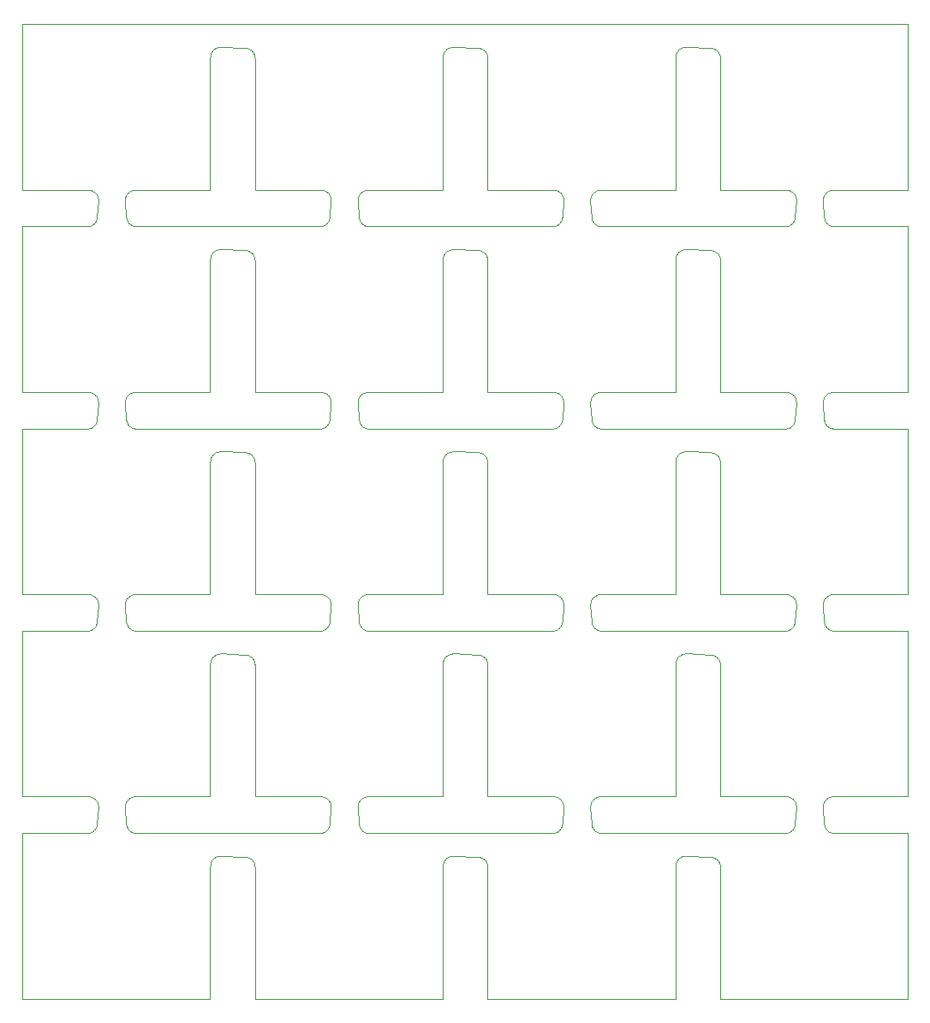
<source format=gko>
%MOIN*%
%OFA0B0*%
%FSLAX44Y44*%
%IPPOS*%
%LPD*%
%ADD10C,0*%
D10*
X00027449Y00007189D02*
X00027449Y00007189D01*
X00025306Y00007189D01*
X00022616Y00007189D01*
X00022586Y00007190D01*
X00022557Y00007194D01*
X00022528Y00007199D01*
X00022499Y00007207D01*
X00022472Y00007217D01*
X00022444Y00007228D01*
X00022418Y00007242D01*
X00022393Y00007258D01*
X00022370Y00007276D01*
X00022347Y00007295D01*
X00022326Y00007316D01*
X00022307Y00007338D01*
X00022290Y00007362D01*
X00022274Y00007387D01*
X00022260Y00007413D01*
X00022249Y00007440D01*
X00022239Y00007468D01*
X00022232Y00007497D01*
X00022226Y00007526D01*
X00022223Y00007555D01*
X00022178Y00008196D01*
X00022177Y00008228D01*
X00022179Y00008260D01*
X00022183Y00008292D01*
X00022190Y00008324D01*
X00022199Y00008355D01*
X00022211Y00008385D01*
X00022226Y00008414D01*
X00022243Y00008441D01*
X00022262Y00008467D01*
X00022283Y00008492D01*
X00022306Y00008515D01*
X00022330Y00008535D01*
X00022357Y00008554D01*
X00022384Y00008570D01*
X00022414Y00008585D01*
X00022444Y00008596D01*
X00022475Y00008605D01*
X00022506Y00008612D01*
X00022538Y00008616D01*
X00022571Y00008617D01*
X00025492Y00008617D01*
X00025492Y00013784D01*
X00025494Y00013816D01*
X00025498Y00013847D01*
X00025504Y00013879D01*
X00025513Y00013909D01*
X00025524Y00013939D01*
X00025537Y00013967D01*
X00025553Y00013995D01*
X00025571Y00014021D01*
X00025591Y00014045D01*
X00025613Y00014068D01*
X00025637Y00014089D01*
X00025662Y00014108D01*
X00025689Y00014125D01*
X00025717Y00014140D01*
X00025746Y00014152D01*
X00025777Y00014162D01*
X00025807Y00014170D01*
X00025839Y00014175D01*
X00025870Y00014178D01*
X00025902Y00014178D01*
X00026850Y00014140D01*
X00026880Y00014137D01*
X00026909Y00014133D01*
X00026939Y00014126D01*
X00026967Y00014117D01*
X00026995Y00014105D01*
X00027022Y00014092D01*
X00027048Y00014077D01*
X00027073Y00014059D01*
X00027096Y00014040D01*
X00027118Y00014019D01*
X00027138Y00013997D01*
X00027156Y00013973D01*
X00027172Y00013947D01*
X00027187Y00013921D01*
X00027199Y00013893D01*
X00027209Y00013865D01*
X00027217Y00013836D01*
X00027223Y00013806D01*
X00027226Y00013776D01*
X00027227Y00013746D01*
X00027227Y00008617D01*
X00029791Y00008617D01*
X00029823Y00008616D01*
X00029855Y00008612D01*
X00029887Y00008605D01*
X00029918Y00008596D01*
X00029948Y00008585D01*
X00029977Y00008570D01*
X00030005Y00008554D01*
X00030031Y00008535D01*
X00030056Y00008515D01*
X00030079Y00008492D01*
X00030100Y00008467D01*
X00030119Y00008441D01*
X00030135Y00008414D01*
X00030150Y00008385D01*
X00030162Y00008355D01*
X00030171Y00008324D01*
X00030178Y00008292D01*
X00030183Y00008260D01*
X00030184Y00008228D01*
X00030183Y00008196D01*
X00030138Y00007555D01*
X00030135Y00007526D01*
X00030130Y00007497D01*
X00030122Y00007468D01*
X00030112Y00007440D01*
X00030101Y00007413D01*
X00030087Y00007387D01*
X00030071Y00007362D01*
X00030054Y00007338D01*
X00030035Y00007316D01*
X00030014Y00007295D01*
X00029992Y00007276D01*
X00029968Y00007258D01*
X00029943Y00007242D01*
X00029917Y00007228D01*
X00029890Y00007217D01*
X00029862Y00007207D01*
X00029833Y00007199D01*
X00029804Y00007194D01*
X00029775Y00007190D01*
X00029745Y00007189D01*
X00027449Y00007189D01*
X00027449Y00015063D02*
X00027449Y00015063D01*
X00025306Y00015063D01*
X00022616Y00015063D01*
X00022586Y00015064D01*
X00022557Y00015068D01*
X00022528Y00015073D01*
X00022499Y00015081D01*
X00022472Y00015091D01*
X00022444Y00015102D01*
X00022418Y00015116D01*
X00022393Y00015132D01*
X00022370Y00015150D01*
X00022347Y00015169D01*
X00022326Y00015190D01*
X00022307Y00015212D01*
X00022290Y00015236D01*
X00022274Y00015261D01*
X00022260Y00015287D01*
X00022249Y00015314D01*
X00022239Y00015342D01*
X00022232Y00015371D01*
X00022226Y00015400D01*
X00022223Y00015429D01*
X00022178Y00016070D01*
X00022177Y00016102D01*
X00022179Y00016134D01*
X00022183Y00016166D01*
X00022190Y00016198D01*
X00022199Y00016229D01*
X00022211Y00016259D01*
X00022226Y00016288D01*
X00022243Y00016315D01*
X00022262Y00016341D01*
X00022283Y00016366D01*
X00022306Y00016389D01*
X00022330Y00016409D01*
X00022357Y00016428D01*
X00022384Y00016444D01*
X00022414Y00016459D01*
X00022444Y00016470D01*
X00022475Y00016479D01*
X00022506Y00016486D01*
X00022538Y00016490D01*
X00022571Y00016491D01*
X00025492Y00016491D01*
X00025492Y00021658D01*
X00025494Y00021690D01*
X00025498Y00021721D01*
X00025504Y00021753D01*
X00025513Y00021783D01*
X00025524Y00021813D01*
X00025537Y00021841D01*
X00025553Y00021869D01*
X00025571Y00021895D01*
X00025591Y00021919D01*
X00025613Y00021942D01*
X00025637Y00021963D01*
X00025662Y00021982D01*
X00025689Y00021999D01*
X00025717Y00022014D01*
X00025746Y00022026D01*
X00025777Y00022036D01*
X00025807Y00022044D01*
X00025839Y00022049D01*
X00025870Y00022052D01*
X00025902Y00022052D01*
X00026850Y00022014D01*
X00026880Y00022011D01*
X00026909Y00022007D01*
X00026939Y00022000D01*
X00026967Y00021991D01*
X00026995Y00021979D01*
X00027022Y00021966D01*
X00027048Y00021951D01*
X00027073Y00021933D01*
X00027096Y00021914D01*
X00027118Y00021893D01*
X00027138Y00021871D01*
X00027156Y00021847D01*
X00027172Y00021821D01*
X00027187Y00021795D01*
X00027199Y00021767D01*
X00027209Y00021739D01*
X00027217Y00021710D01*
X00027223Y00021680D01*
X00027226Y00021650D01*
X00027227Y00021620D01*
X00027227Y00016491D01*
X00029791Y00016491D01*
X00029823Y00016490D01*
X00029855Y00016486D01*
X00029887Y00016479D01*
X00029918Y00016470D01*
X00029948Y00016459D01*
X00029977Y00016444D01*
X00030005Y00016428D01*
X00030031Y00016409D01*
X00030056Y00016389D01*
X00030079Y00016366D01*
X00030100Y00016341D01*
X00030119Y00016315D01*
X00030135Y00016288D01*
X00030150Y00016259D01*
X00030162Y00016229D01*
X00030171Y00016198D01*
X00030178Y00016166D01*
X00030183Y00016134D01*
X00030184Y00016102D01*
X00030183Y00016070D01*
X00030138Y00015429D01*
X00030135Y00015400D01*
X00030130Y00015371D01*
X00030122Y00015342D01*
X00030112Y00015314D01*
X00030101Y00015287D01*
X00030087Y00015261D01*
X00030071Y00015236D01*
X00030054Y00015212D01*
X00030035Y00015190D01*
X00030014Y00015169D01*
X00029992Y00015150D01*
X00029968Y00015132D01*
X00029943Y00015116D01*
X00029917Y00015102D01*
X00029890Y00015091D01*
X00029862Y00015081D01*
X00029833Y00015073D01*
X00029804Y00015068D01*
X00029775Y00015064D01*
X00029745Y00015063D01*
X00027449Y00015063D01*
X00027449Y00022937D02*
X00027449Y00022937D01*
X00025306Y00022937D01*
X00022616Y00022937D01*
X00022586Y00022938D01*
X00022557Y00022942D01*
X00022528Y00022947D01*
X00022499Y00022955D01*
X00022472Y00022965D01*
X00022444Y00022977D01*
X00022418Y00022990D01*
X00022393Y00023006D01*
X00022370Y00023024D01*
X00022347Y00023043D01*
X00022326Y00023064D01*
X00022307Y00023086D01*
X00022290Y00023110D01*
X00022274Y00023135D01*
X00022260Y00023161D01*
X00022249Y00023188D01*
X00022239Y00023216D01*
X00022232Y00023245D01*
X00022226Y00023274D01*
X00022223Y00023303D01*
X00022178Y00023944D01*
X00022177Y00023976D01*
X00022179Y00024008D01*
X00022183Y00024040D01*
X00022190Y00024072D01*
X00022199Y00024103D01*
X00022211Y00024133D01*
X00022226Y00024162D01*
X00022243Y00024189D01*
X00022262Y00024215D01*
X00022283Y00024240D01*
X00022306Y00024263D01*
X00022330Y00024283D01*
X00022357Y00024302D01*
X00022384Y00024318D01*
X00022414Y00024333D01*
X00022444Y00024344D01*
X00022475Y00024353D01*
X00022506Y00024360D01*
X00022538Y00024364D01*
X00022571Y00024365D01*
X00025492Y00024365D01*
X00025492Y00029532D01*
X00025494Y00029564D01*
X00025498Y00029595D01*
X00025504Y00029627D01*
X00025513Y00029657D01*
X00025524Y00029687D01*
X00025537Y00029715D01*
X00025553Y00029743D01*
X00025571Y00029769D01*
X00025591Y00029793D01*
X00025613Y00029816D01*
X00025637Y00029837D01*
X00025662Y00029856D01*
X00025689Y00029873D01*
X00025717Y00029888D01*
X00025746Y00029900D01*
X00025777Y00029910D01*
X00025807Y00029918D01*
X00025839Y00029923D01*
X00025870Y00029926D01*
X00025902Y00029926D01*
X00026850Y00029888D01*
X00026880Y00029885D01*
X00026909Y00029881D01*
X00026939Y00029874D01*
X00026967Y00029865D01*
X00026995Y00029853D01*
X00027022Y00029840D01*
X00027048Y00029825D01*
X00027073Y00029807D01*
X00027096Y00029788D01*
X00027118Y00029767D01*
X00027138Y00029745D01*
X00027156Y00029721D01*
X00027172Y00029695D01*
X00027187Y00029669D01*
X00027199Y00029641D01*
X00027209Y00029613D01*
X00027217Y00029584D01*
X00027223Y00029554D01*
X00027226Y00029524D01*
X00027227Y00029494D01*
X00027227Y00024365D01*
X00029791Y00024365D01*
X00029823Y00024364D01*
X00029855Y00024360D01*
X00029887Y00024353D01*
X00029918Y00024344D01*
X00029948Y00024333D01*
X00029977Y00024318D01*
X00030005Y00024302D01*
X00030031Y00024283D01*
X00030056Y00024263D01*
X00030079Y00024240D01*
X00030100Y00024215D01*
X00030119Y00024189D01*
X00030135Y00024162D01*
X00030150Y00024133D01*
X00030162Y00024103D01*
X00030171Y00024072D01*
X00030178Y00024040D01*
X00030183Y00024008D01*
X00030184Y00023976D01*
X00030183Y00023944D01*
X00030138Y00023303D01*
X00030135Y00023274D01*
X00030130Y00023245D01*
X00030122Y00023216D01*
X00030112Y00023188D01*
X00030101Y00023161D01*
X00030087Y00023135D01*
X00030071Y00023110D01*
X00030054Y00023086D01*
X00030035Y00023064D01*
X00030014Y00023043D01*
X00029992Y00023024D01*
X00029968Y00023006D01*
X00029943Y00022990D01*
X00029917Y00022977D01*
X00029890Y00022965D01*
X00029862Y00022955D01*
X00029833Y00022947D01*
X00029804Y00022942D01*
X00029775Y00022938D01*
X00029745Y00022937D01*
X00027449Y00022937D01*
X00027449Y00030811D02*
X00027449Y00030811D01*
X00025306Y00030811D01*
X00022616Y00030811D01*
X00022586Y00030812D01*
X00022557Y00030816D01*
X00022528Y00030821D01*
X00022499Y00030829D01*
X00022472Y00030839D01*
X00022444Y00030851D01*
X00022418Y00030864D01*
X00022393Y00030880D01*
X00022370Y00030898D01*
X00022347Y00030917D01*
X00022326Y00030938D01*
X00022307Y00030960D01*
X00022290Y00030984D01*
X00022274Y00031009D01*
X00022260Y00031035D01*
X00022249Y00031062D01*
X00022239Y00031090D01*
X00022232Y00031119D01*
X00022226Y00031148D01*
X00022223Y00031177D01*
X00022178Y00031818D01*
X00022177Y00031850D01*
X00022179Y00031882D01*
X00022183Y00031914D01*
X00022190Y00031946D01*
X00022199Y00031977D01*
X00022211Y00032007D01*
X00022226Y00032036D01*
X00022243Y00032063D01*
X00022262Y00032089D01*
X00022283Y00032114D01*
X00022306Y00032137D01*
X00022330Y00032157D01*
X00022357Y00032176D01*
X00022384Y00032193D01*
X00022414Y00032207D01*
X00022444Y00032218D01*
X00022475Y00032227D01*
X00022506Y00032234D01*
X00022538Y00032238D01*
X00022571Y00032239D01*
X00025492Y00032239D01*
X00025492Y00037406D01*
X00025494Y00037438D01*
X00025498Y00037470D01*
X00025504Y00037501D01*
X00025513Y00037531D01*
X00025524Y00037561D01*
X00025537Y00037589D01*
X00025553Y00037617D01*
X00025571Y00037643D01*
X00025591Y00037667D01*
X00025613Y00037690D01*
X00025637Y00037711D01*
X00025662Y00037730D01*
X00025689Y00037747D01*
X00025717Y00037762D01*
X00025746Y00037774D01*
X00025777Y00037784D01*
X00025807Y00037792D01*
X00025839Y00037797D01*
X00025870Y00037800D01*
X00025902Y00037800D01*
X00026850Y00037762D01*
X00026880Y00037759D01*
X00026909Y00037755D01*
X00026939Y00037748D01*
X00026967Y00037739D01*
X00026995Y00037727D01*
X00027022Y00037714D01*
X00027048Y00037699D01*
X00027073Y00037681D01*
X00027096Y00037662D01*
X00027118Y00037641D01*
X00027138Y00037619D01*
X00027156Y00037595D01*
X00027172Y00037569D01*
X00027187Y00037543D01*
X00027199Y00037515D01*
X00027209Y00037487D01*
X00027217Y00037458D01*
X00027223Y00037428D01*
X00027226Y00037399D01*
X00027227Y00037368D01*
X00027227Y00032239D01*
X00029791Y00032239D01*
X00029823Y00032238D01*
X00029855Y00032234D01*
X00029887Y00032227D01*
X00029918Y00032218D01*
X00029948Y00032207D01*
X00029977Y00032193D01*
X00030005Y00032176D01*
X00030031Y00032157D01*
X00030056Y00032137D01*
X00030079Y00032114D01*
X00030100Y00032089D01*
X00030119Y00032063D01*
X00030135Y00032036D01*
X00030150Y00032007D01*
X00030162Y00031977D01*
X00030171Y00031946D01*
X00030178Y00031914D01*
X00030183Y00031882D01*
X00030184Y00031850D01*
X00030183Y00031818D01*
X00030138Y00031177D01*
X00030135Y00031148D01*
X00030130Y00031119D01*
X00030122Y00031090D01*
X00030112Y00031062D01*
X00030101Y00031035D01*
X00030087Y00031009D01*
X00030071Y00030984D01*
X00030054Y00030960D01*
X00030035Y00030938D01*
X00030014Y00030917D01*
X00029992Y00030898D01*
X00029968Y00030880D01*
X00029943Y00030864D01*
X00029917Y00030851D01*
X00029890Y00030839D01*
X00029862Y00030829D01*
X00029833Y00030821D01*
X00029804Y00030816D01*
X00029775Y00030812D01*
X00029745Y00030811D01*
X00027449Y00030811D01*
X00018394Y00030811D02*
X00018394Y00030811D01*
X00016251Y00030811D01*
X00013561Y00030811D01*
X00013531Y00030812D01*
X00013502Y00030816D01*
X00013473Y00030821D01*
X00013444Y00030829D01*
X00013416Y00030839D01*
X00013389Y00030851D01*
X00013363Y00030864D01*
X00013338Y00030880D01*
X00013315Y00030898D01*
X00013292Y00030917D01*
X00013271Y00030938D01*
X00013252Y00030960D01*
X00013235Y00030984D01*
X00013219Y00031009D01*
X00013205Y00031035D01*
X00013194Y00031062D01*
X00013184Y00031090D01*
X00013176Y00031119D01*
X00013171Y00031148D01*
X00013168Y00031177D01*
X00013123Y00031818D01*
X00013122Y00031850D01*
X00013124Y00031882D01*
X00013128Y00031914D01*
X00013135Y00031946D01*
X00013144Y00031977D01*
X00013156Y00032007D01*
X00013171Y00032036D01*
X00013187Y00032063D01*
X00013206Y00032089D01*
X00013227Y00032114D01*
X00013250Y00032137D01*
X00013275Y00032157D01*
X00013302Y00032176D01*
X00013329Y00032193D01*
X00013358Y00032207D01*
X00013389Y00032218D01*
X00013420Y00032227D01*
X00013451Y00032234D01*
X00013483Y00032238D01*
X00013515Y00032239D01*
X00016437Y00032239D01*
X00016437Y00037406D01*
X00016439Y00037438D01*
X00016442Y00037470D01*
X00016449Y00037501D01*
X00016458Y00037531D01*
X00016469Y00037561D01*
X00016482Y00037589D01*
X00016498Y00037617D01*
X00016516Y00037643D01*
X00016536Y00037667D01*
X00016558Y00037690D01*
X00016582Y00037711D01*
X00016607Y00037730D01*
X00016634Y00037747D01*
X00016662Y00037762D01*
X00016691Y00037774D01*
X00016721Y00037784D01*
X00016752Y00037792D01*
X00016783Y00037797D01*
X00016815Y00037800D01*
X00016847Y00037800D01*
X00017794Y00037762D01*
X00017824Y00037759D01*
X00017854Y00037755D01*
X00017884Y00037748D01*
X00017912Y00037739D01*
X00017940Y00037727D01*
X00017967Y00037714D01*
X00017993Y00037699D01*
X00018018Y00037681D01*
X00018041Y00037662D01*
X00018063Y00037641D01*
X00018083Y00037619D01*
X00018101Y00037595D01*
X00018117Y00037569D01*
X00018132Y00037543D01*
X00018144Y00037515D01*
X00018154Y00037487D01*
X00018162Y00037458D01*
X00018168Y00037428D01*
X00018171Y00037399D01*
X00018172Y00037368D01*
X00018172Y00032239D01*
X00020735Y00032239D01*
X00020768Y00032238D01*
X00020800Y00032234D01*
X00020831Y00032227D01*
X00020862Y00032218D01*
X00020893Y00032207D01*
X00020922Y00032193D01*
X00020949Y00032176D01*
X00020976Y00032157D01*
X00021001Y00032137D01*
X00021023Y00032114D01*
X00021045Y00032089D01*
X00021063Y00032063D01*
X00021080Y00032036D01*
X00021095Y00032007D01*
X00021107Y00031977D01*
X00021116Y00031946D01*
X00021123Y00031914D01*
X00021127Y00031882D01*
X00021129Y00031850D01*
X00021128Y00031818D01*
X00021083Y00031177D01*
X00021080Y00031148D01*
X00021075Y00031119D01*
X00021067Y00031090D01*
X00021057Y00031062D01*
X00021046Y00031035D01*
X00021032Y00031009D01*
X00021016Y00030984D01*
X00020999Y00030960D01*
X00020980Y00030938D01*
X00020959Y00030917D01*
X00020936Y00030898D01*
X00020913Y00030880D01*
X00020888Y00030864D01*
X00020862Y00030851D01*
X00020835Y00030839D01*
X00020807Y00030829D01*
X00020778Y00030821D01*
X00020749Y00030816D01*
X00020720Y00030812D01*
X00020690Y00030811D01*
X00018394Y00030811D01*
X00018394Y00022937D02*
X00018394Y00022937D01*
X00016251Y00022937D01*
X00013561Y00022937D01*
X00013531Y00022938D01*
X00013502Y00022942D01*
X00013473Y00022947D01*
X00013444Y00022955D01*
X00013416Y00022965D01*
X00013389Y00022977D01*
X00013363Y00022990D01*
X00013338Y00023006D01*
X00013315Y00023024D01*
X00013292Y00023043D01*
X00013271Y00023064D01*
X00013252Y00023086D01*
X00013235Y00023110D01*
X00013219Y00023135D01*
X00013205Y00023161D01*
X00013194Y00023188D01*
X00013184Y00023216D01*
X00013176Y00023245D01*
X00013171Y00023274D01*
X00013168Y00023303D01*
X00013123Y00023944D01*
X00013122Y00023976D01*
X00013124Y00024008D01*
X00013128Y00024040D01*
X00013135Y00024072D01*
X00013144Y00024103D01*
X00013156Y00024133D01*
X00013171Y00024162D01*
X00013187Y00024189D01*
X00013206Y00024215D01*
X00013227Y00024240D01*
X00013250Y00024263D01*
X00013275Y00024283D01*
X00013302Y00024302D01*
X00013329Y00024318D01*
X00013358Y00024333D01*
X00013389Y00024344D01*
X00013420Y00024353D01*
X00013451Y00024360D01*
X00013483Y00024364D01*
X00013515Y00024365D01*
X00016437Y00024365D01*
X00016437Y00029532D01*
X00016439Y00029564D01*
X00016442Y00029595D01*
X00016449Y00029627D01*
X00016458Y00029657D01*
X00016469Y00029687D01*
X00016482Y00029715D01*
X00016498Y00029743D01*
X00016516Y00029769D01*
X00016536Y00029793D01*
X00016558Y00029816D01*
X00016582Y00029837D01*
X00016607Y00029856D01*
X00016634Y00029873D01*
X00016662Y00029888D01*
X00016691Y00029900D01*
X00016721Y00029910D01*
X00016752Y00029918D01*
X00016783Y00029923D01*
X00016815Y00029926D01*
X00016847Y00029926D01*
X00017794Y00029888D01*
X00017824Y00029885D01*
X00017854Y00029881D01*
X00017884Y00029874D01*
X00017912Y00029865D01*
X00017940Y00029853D01*
X00017967Y00029840D01*
X00017993Y00029825D01*
X00018018Y00029807D01*
X00018041Y00029788D01*
X00018063Y00029767D01*
X00018083Y00029745D01*
X00018101Y00029721D01*
X00018117Y00029695D01*
X00018132Y00029669D01*
X00018144Y00029641D01*
X00018154Y00029613D01*
X00018162Y00029584D01*
X00018168Y00029554D01*
X00018171Y00029524D01*
X00018172Y00029494D01*
X00018172Y00024365D01*
X00020735Y00024365D01*
X00020768Y00024364D01*
X00020800Y00024360D01*
X00020831Y00024353D01*
X00020862Y00024344D01*
X00020893Y00024333D01*
X00020922Y00024318D01*
X00020949Y00024302D01*
X00020976Y00024283D01*
X00021001Y00024263D01*
X00021023Y00024240D01*
X00021045Y00024215D01*
X00021063Y00024189D01*
X00021080Y00024162D01*
X00021095Y00024133D01*
X00021107Y00024103D01*
X00021116Y00024072D01*
X00021123Y00024040D01*
X00021127Y00024008D01*
X00021129Y00023976D01*
X00021128Y00023944D01*
X00021083Y00023303D01*
X00021080Y00023274D01*
X00021075Y00023245D01*
X00021067Y00023216D01*
X00021057Y00023188D01*
X00021046Y00023161D01*
X00021032Y00023135D01*
X00021016Y00023110D01*
X00020999Y00023086D01*
X00020980Y00023064D01*
X00020959Y00023043D01*
X00020936Y00023024D01*
X00020913Y00023006D01*
X00020888Y00022990D01*
X00020862Y00022977D01*
X00020835Y00022965D01*
X00020807Y00022955D01*
X00020778Y00022947D01*
X00020749Y00022942D01*
X00020720Y00022938D01*
X00020690Y00022937D01*
X00018394Y00022937D01*
X00018394Y00015063D02*
X00018394Y00015063D01*
X00016251Y00015063D01*
X00013561Y00015063D01*
X00013531Y00015064D01*
X00013502Y00015068D01*
X00013473Y00015073D01*
X00013444Y00015081D01*
X00013416Y00015091D01*
X00013389Y00015102D01*
X00013363Y00015116D01*
X00013338Y00015132D01*
X00013315Y00015150D01*
X00013292Y00015169D01*
X00013271Y00015190D01*
X00013252Y00015212D01*
X00013235Y00015236D01*
X00013219Y00015261D01*
X00013205Y00015287D01*
X00013194Y00015314D01*
X00013184Y00015342D01*
X00013176Y00015371D01*
X00013171Y00015400D01*
X00013168Y00015429D01*
X00013123Y00016070D01*
X00013122Y00016102D01*
X00013124Y00016134D01*
X00013128Y00016166D01*
X00013135Y00016198D01*
X00013144Y00016229D01*
X00013156Y00016259D01*
X00013171Y00016288D01*
X00013187Y00016315D01*
X00013206Y00016341D01*
X00013227Y00016366D01*
X00013250Y00016389D01*
X00013275Y00016409D01*
X00013302Y00016428D01*
X00013329Y00016444D01*
X00013358Y00016459D01*
X00013389Y00016470D01*
X00013420Y00016479D01*
X00013451Y00016486D01*
X00013483Y00016490D01*
X00013515Y00016491D01*
X00016437Y00016491D01*
X00016437Y00021658D01*
X00016439Y00021690D01*
X00016442Y00021721D01*
X00016449Y00021753D01*
X00016458Y00021783D01*
X00016469Y00021813D01*
X00016482Y00021841D01*
X00016498Y00021869D01*
X00016516Y00021895D01*
X00016536Y00021919D01*
X00016558Y00021942D01*
X00016582Y00021963D01*
X00016607Y00021982D01*
X00016634Y00021999D01*
X00016662Y00022014D01*
X00016691Y00022026D01*
X00016721Y00022036D01*
X00016752Y00022044D01*
X00016783Y00022049D01*
X00016815Y00022052D01*
X00016847Y00022052D01*
X00017794Y00022014D01*
X00017824Y00022011D01*
X00017854Y00022007D01*
X00017884Y00022000D01*
X00017912Y00021991D01*
X00017940Y00021979D01*
X00017967Y00021966D01*
X00017993Y00021951D01*
X00018018Y00021933D01*
X00018041Y00021914D01*
X00018063Y00021893D01*
X00018083Y00021871D01*
X00018101Y00021847D01*
X00018117Y00021821D01*
X00018132Y00021795D01*
X00018144Y00021767D01*
X00018154Y00021739D01*
X00018162Y00021710D01*
X00018168Y00021680D01*
X00018171Y00021650D01*
X00018172Y00021620D01*
X00018172Y00016491D01*
X00020735Y00016491D01*
X00020768Y00016490D01*
X00020800Y00016486D01*
X00020831Y00016479D01*
X00020862Y00016470D01*
X00020893Y00016459D01*
X00020922Y00016444D01*
X00020949Y00016428D01*
X00020976Y00016409D01*
X00021001Y00016389D01*
X00021023Y00016366D01*
X00021045Y00016341D01*
X00021063Y00016315D01*
X00021080Y00016288D01*
X00021095Y00016259D01*
X00021107Y00016229D01*
X00021116Y00016198D01*
X00021123Y00016166D01*
X00021127Y00016134D01*
X00021129Y00016102D01*
X00021128Y00016070D01*
X00021083Y00015429D01*
X00021080Y00015400D01*
X00021075Y00015371D01*
X00021067Y00015342D01*
X00021057Y00015314D01*
X00021046Y00015287D01*
X00021032Y00015261D01*
X00021016Y00015236D01*
X00020999Y00015212D01*
X00020980Y00015190D01*
X00020959Y00015169D01*
X00020936Y00015150D01*
X00020913Y00015132D01*
X00020888Y00015116D01*
X00020862Y00015102D01*
X00020835Y00015091D01*
X00020807Y00015081D01*
X00020778Y00015073D01*
X00020749Y00015068D01*
X00020720Y00015064D01*
X00020690Y00015063D01*
X00018394Y00015063D01*
X00018394Y00007189D02*
X00018394Y00007189D01*
X00016251Y00007189D01*
X00013561Y00007189D01*
X00013531Y00007190D01*
X00013502Y00007194D01*
X00013473Y00007199D01*
X00013444Y00007207D01*
X00013416Y00007217D01*
X00013389Y00007228D01*
X00013363Y00007242D01*
X00013338Y00007258D01*
X00013315Y00007276D01*
X00013292Y00007295D01*
X00013271Y00007316D01*
X00013252Y00007338D01*
X00013235Y00007362D01*
X00013219Y00007387D01*
X00013205Y00007413D01*
X00013194Y00007440D01*
X00013184Y00007468D01*
X00013176Y00007497D01*
X00013171Y00007526D01*
X00013168Y00007555D01*
X00013123Y00008196D01*
X00013122Y00008228D01*
X00013124Y00008260D01*
X00013128Y00008292D01*
X00013135Y00008324D01*
X00013144Y00008355D01*
X00013156Y00008385D01*
X00013171Y00008414D01*
X00013187Y00008441D01*
X00013206Y00008467D01*
X00013227Y00008492D01*
X00013250Y00008515D01*
X00013275Y00008535D01*
X00013302Y00008554D01*
X00013329Y00008570D01*
X00013358Y00008585D01*
X00013389Y00008596D01*
X00013420Y00008605D01*
X00013451Y00008612D01*
X00013483Y00008616D01*
X00013515Y00008617D01*
X00016437Y00008617D01*
X00016437Y00013784D01*
X00016439Y00013816D01*
X00016442Y00013847D01*
X00016449Y00013879D01*
X00016458Y00013909D01*
X00016469Y00013939D01*
X00016482Y00013967D01*
X00016498Y00013995D01*
X00016516Y00014021D01*
X00016536Y00014045D01*
X00016558Y00014068D01*
X00016582Y00014089D01*
X00016607Y00014108D01*
X00016634Y00014125D01*
X00016662Y00014140D01*
X00016691Y00014152D01*
X00016721Y00014162D01*
X00016752Y00014170D01*
X00016783Y00014175D01*
X00016815Y00014178D01*
X00016847Y00014178D01*
X00017794Y00014140D01*
X00017824Y00014137D01*
X00017854Y00014133D01*
X00017884Y00014126D01*
X00017912Y00014117D01*
X00017940Y00014105D01*
X00017967Y00014092D01*
X00017993Y00014077D01*
X00018018Y00014059D01*
X00018041Y00014040D01*
X00018063Y00014019D01*
X00018083Y00013997D01*
X00018101Y00013973D01*
X00018117Y00013947D01*
X00018132Y00013921D01*
X00018144Y00013893D01*
X00018154Y00013865D01*
X00018162Y00013836D01*
X00018168Y00013806D01*
X00018171Y00013776D01*
X00018172Y00013746D01*
X00018172Y00008617D01*
X00020735Y00008617D01*
X00020768Y00008616D01*
X00020800Y00008612D01*
X00020831Y00008605D01*
X00020862Y00008596D01*
X00020893Y00008585D01*
X00020922Y00008570D01*
X00020949Y00008554D01*
X00020976Y00008535D01*
X00021001Y00008515D01*
X00021023Y00008492D01*
X00021045Y00008467D01*
X00021063Y00008441D01*
X00021080Y00008414D01*
X00021095Y00008385D01*
X00021107Y00008355D01*
X00021116Y00008324D01*
X00021123Y00008292D01*
X00021127Y00008260D01*
X00021129Y00008228D01*
X00021128Y00008196D01*
X00021083Y00007555D01*
X00021080Y00007526D01*
X00021075Y00007497D01*
X00021067Y00007468D01*
X00021057Y00007440D01*
X00021046Y00007413D01*
X00021032Y00007387D01*
X00021016Y00007362D01*
X00020999Y00007338D01*
X00020980Y00007316D01*
X00020959Y00007295D01*
X00020936Y00007276D01*
X00020913Y00007258D01*
X00020888Y00007242D01*
X00020862Y00007228D01*
X00020835Y00007217D01*
X00020807Y00007207D01*
X00020778Y00007199D01*
X00020749Y00007194D01*
X00020720Y00007190D01*
X00020690Y00007189D01*
X00018394Y00007189D01*
X00007382Y00013784D02*
X00007382Y00013784D01*
X00007383Y00013816D01*
X00007387Y00013847D01*
X00007394Y00013879D01*
X00007402Y00013909D01*
X00007414Y00013939D01*
X00007427Y00013967D01*
X00007443Y00013995D01*
X00007461Y00014021D01*
X00007481Y00014045D01*
X00007503Y00014068D01*
X00007527Y00014089D01*
X00007552Y00014108D01*
X00007579Y00014125D01*
X00007607Y00014140D01*
X00007636Y00014152D01*
X00007666Y00014162D01*
X00007697Y00014170D01*
X00007728Y00014175D01*
X00007760Y00014178D01*
X00007792Y00014178D01*
X00008739Y00014140D01*
X00008769Y00014137D01*
X00008799Y00014133D01*
X00008828Y00014126D01*
X00008857Y00014117D01*
X00008885Y00014105D01*
X00008912Y00014092D01*
X00008938Y00014077D01*
X00008963Y00014059D01*
X00008986Y00014040D01*
X00009007Y00014019D01*
X00009027Y00013997D01*
X00009046Y00013973D01*
X00009062Y00013947D01*
X00009076Y00013921D01*
X00009089Y00013893D01*
X00009099Y00013865D01*
X00009107Y00013836D01*
X00009113Y00013806D01*
X00009116Y00013776D01*
X00009117Y00013746D01*
X00009117Y00008617D01*
X00011680Y00008617D01*
X00011713Y00008616D01*
X00011745Y00008612D01*
X00011776Y00008605D01*
X00011807Y00008596D01*
X00011837Y00008585D01*
X00011866Y00008570D01*
X00011894Y00008554D01*
X00011921Y00008535D01*
X00011945Y00008515D01*
X00011968Y00008492D01*
X00011989Y00008467D01*
X00012008Y00008441D01*
X00012025Y00008414D01*
X00012040Y00008385D01*
X00012052Y00008355D01*
X00012061Y00008324D01*
X00012068Y00008292D01*
X00012072Y00008260D01*
X00012074Y00008228D01*
X00012073Y00008196D01*
X00012028Y00007555D01*
X00012025Y00007526D01*
X00012019Y00007497D01*
X00012012Y00007468D01*
X00012002Y00007440D01*
X00011990Y00007413D01*
X00011977Y00007387D01*
X00011961Y00007362D01*
X00011944Y00007338D01*
X00011924Y00007316D01*
X00011904Y00007295D01*
X00011881Y00007276D01*
X00011858Y00007258D01*
X00011833Y00007242D01*
X00011807Y00007228D01*
X00011779Y00007217D01*
X00011752Y00007207D01*
X00011723Y00007199D01*
X00011694Y00007194D01*
X00011665Y00007190D01*
X00011635Y00007189D01*
X00009339Y00007189D01*
X00007196Y00007189D01*
X00004506Y00007189D01*
X00004476Y00007190D01*
X00004447Y00007194D01*
X00004418Y00007199D01*
X00004389Y00007207D01*
X00004361Y00007217D01*
X00004334Y00007228D01*
X00004308Y00007242D01*
X00004283Y00007258D01*
X00004259Y00007276D01*
X00004237Y00007295D01*
X00004216Y00007316D01*
X00004197Y00007338D01*
X00004180Y00007362D01*
X00004164Y00007387D01*
X00004150Y00007413D01*
X00004139Y00007440D01*
X00004129Y00007468D01*
X00004121Y00007497D01*
X00004116Y00007526D01*
X00004113Y00007555D01*
X00004068Y00008196D01*
X00004067Y00008228D01*
X00004068Y00008260D01*
X00004073Y00008292D01*
X00004080Y00008324D01*
X00004089Y00008355D01*
X00004101Y00008385D01*
X00004116Y00008414D01*
X00004132Y00008441D01*
X00004151Y00008467D01*
X00004172Y00008492D01*
X00004195Y00008515D01*
X00004220Y00008535D01*
X00004246Y00008554D01*
X00004274Y00008570D01*
X00004303Y00008585D01*
X00004333Y00008596D01*
X00004364Y00008605D01*
X00004396Y00008612D01*
X00004428Y00008616D01*
X00004460Y00008617D01*
X00007382Y00008617D01*
X00007382Y00013784D01*
X00007382Y00021658D02*
X00007382Y00021658D01*
X00007383Y00021690D01*
X00007387Y00021721D01*
X00007394Y00021753D01*
X00007402Y00021783D01*
X00007414Y00021813D01*
X00007427Y00021841D01*
X00007443Y00021869D01*
X00007461Y00021895D01*
X00007481Y00021919D01*
X00007503Y00021942D01*
X00007527Y00021963D01*
X00007552Y00021982D01*
X00007579Y00021999D01*
X00007607Y00022014D01*
X00007636Y00022026D01*
X00007666Y00022036D01*
X00007697Y00022044D01*
X00007728Y00022049D01*
X00007760Y00022052D01*
X00007792Y00022052D01*
X00008739Y00022014D01*
X00008769Y00022011D01*
X00008799Y00022007D01*
X00008828Y00022000D01*
X00008857Y00021991D01*
X00008885Y00021979D01*
X00008912Y00021966D01*
X00008938Y00021951D01*
X00008963Y00021933D01*
X00008986Y00021914D01*
X00009007Y00021893D01*
X00009027Y00021871D01*
X00009046Y00021847D01*
X00009062Y00021821D01*
X00009076Y00021795D01*
X00009089Y00021767D01*
X00009099Y00021739D01*
X00009107Y00021710D01*
X00009113Y00021680D01*
X00009116Y00021650D01*
X00009117Y00021620D01*
X00009117Y00016491D01*
X00011680Y00016491D01*
X00011713Y00016490D01*
X00011745Y00016486D01*
X00011776Y00016479D01*
X00011807Y00016470D01*
X00011837Y00016459D01*
X00011866Y00016444D01*
X00011894Y00016428D01*
X00011921Y00016409D01*
X00011945Y00016389D01*
X00011968Y00016366D01*
X00011989Y00016341D01*
X00012008Y00016315D01*
X00012025Y00016288D01*
X00012040Y00016259D01*
X00012052Y00016229D01*
X00012061Y00016198D01*
X00012068Y00016166D01*
X00012072Y00016134D01*
X00012074Y00016102D01*
X00012073Y00016070D01*
X00012028Y00015429D01*
X00012025Y00015400D01*
X00012019Y00015371D01*
X00012012Y00015342D01*
X00012002Y00015314D01*
X00011990Y00015287D01*
X00011977Y00015261D01*
X00011961Y00015236D01*
X00011944Y00015212D01*
X00011924Y00015190D01*
X00011904Y00015169D01*
X00011881Y00015150D01*
X00011858Y00015132D01*
X00011833Y00015116D01*
X00011807Y00015102D01*
X00011779Y00015091D01*
X00011752Y00015081D01*
X00011723Y00015073D01*
X00011694Y00015068D01*
X00011665Y00015064D01*
X00011635Y00015063D01*
X00009339Y00015063D01*
X00007196Y00015063D01*
X00004506Y00015063D01*
X00004476Y00015064D01*
X00004447Y00015068D01*
X00004418Y00015073D01*
X00004389Y00015081D01*
X00004361Y00015091D01*
X00004334Y00015102D01*
X00004308Y00015116D01*
X00004283Y00015132D01*
X00004259Y00015150D01*
X00004237Y00015169D01*
X00004216Y00015190D01*
X00004197Y00015212D01*
X00004180Y00015236D01*
X00004164Y00015261D01*
X00004150Y00015287D01*
X00004139Y00015314D01*
X00004129Y00015342D01*
X00004121Y00015371D01*
X00004116Y00015400D01*
X00004113Y00015429D01*
X00004068Y00016070D01*
X00004067Y00016102D01*
X00004068Y00016134D01*
X00004073Y00016166D01*
X00004080Y00016198D01*
X00004089Y00016229D01*
X00004101Y00016259D01*
X00004116Y00016288D01*
X00004132Y00016315D01*
X00004151Y00016341D01*
X00004172Y00016366D01*
X00004195Y00016389D01*
X00004220Y00016409D01*
X00004246Y00016428D01*
X00004274Y00016444D01*
X00004303Y00016459D01*
X00004333Y00016470D01*
X00004364Y00016479D01*
X00004396Y00016486D01*
X00004428Y00016490D01*
X00004460Y00016491D01*
X00007382Y00016491D01*
X00007382Y00021658D01*
X00007382Y00029532D02*
X00007382Y00029532D01*
X00007383Y00029564D01*
X00007387Y00029595D01*
X00007394Y00029627D01*
X00007402Y00029657D01*
X00007414Y00029687D01*
X00007427Y00029715D01*
X00007443Y00029743D01*
X00007461Y00029769D01*
X00007481Y00029793D01*
X00007503Y00029816D01*
X00007527Y00029837D01*
X00007552Y00029856D01*
X00007579Y00029873D01*
X00007607Y00029888D01*
X00007636Y00029900D01*
X00007666Y00029910D01*
X00007697Y00029918D01*
X00007728Y00029923D01*
X00007760Y00029926D01*
X00007792Y00029926D01*
X00008739Y00029888D01*
X00008769Y00029885D01*
X00008799Y00029881D01*
X00008828Y00029874D01*
X00008857Y00029865D01*
X00008885Y00029853D01*
X00008912Y00029840D01*
X00008938Y00029825D01*
X00008963Y00029807D01*
X00008986Y00029788D01*
X00009007Y00029767D01*
X00009027Y00029745D01*
X00009046Y00029721D01*
X00009062Y00029695D01*
X00009076Y00029669D01*
X00009089Y00029641D01*
X00009099Y00029613D01*
X00009107Y00029584D01*
X00009113Y00029554D01*
X00009116Y00029524D01*
X00009117Y00029494D01*
X00009117Y00024365D01*
X00011680Y00024365D01*
X00011713Y00024364D01*
X00011745Y00024360D01*
X00011776Y00024353D01*
X00011807Y00024344D01*
X00011837Y00024333D01*
X00011866Y00024318D01*
X00011894Y00024302D01*
X00011921Y00024283D01*
X00011945Y00024263D01*
X00011968Y00024240D01*
X00011989Y00024215D01*
X00012008Y00024189D01*
X00012025Y00024162D01*
X00012040Y00024133D01*
X00012052Y00024103D01*
X00012061Y00024072D01*
X00012068Y00024040D01*
X00012072Y00024008D01*
X00012074Y00023976D01*
X00012073Y00023944D01*
X00012028Y00023303D01*
X00012025Y00023274D01*
X00012019Y00023245D01*
X00012012Y00023216D01*
X00012002Y00023188D01*
X00011990Y00023161D01*
X00011977Y00023135D01*
X00011961Y00023110D01*
X00011944Y00023086D01*
X00011924Y00023064D01*
X00011904Y00023043D01*
X00011881Y00023024D01*
X00011858Y00023006D01*
X00011833Y00022990D01*
X00011807Y00022977D01*
X00011779Y00022965D01*
X00011752Y00022955D01*
X00011723Y00022947D01*
X00011694Y00022942D01*
X00011665Y00022938D01*
X00011635Y00022937D01*
X00009339Y00022937D01*
X00007196Y00022937D01*
X00004506Y00022937D01*
X00004476Y00022938D01*
X00004447Y00022942D01*
X00004418Y00022947D01*
X00004389Y00022955D01*
X00004361Y00022965D01*
X00004334Y00022977D01*
X00004308Y00022990D01*
X00004283Y00023006D01*
X00004259Y00023024D01*
X00004237Y00023043D01*
X00004216Y00023064D01*
X00004197Y00023086D01*
X00004180Y00023110D01*
X00004164Y00023135D01*
X00004150Y00023161D01*
X00004139Y00023188D01*
X00004129Y00023216D01*
X00004121Y00023245D01*
X00004116Y00023274D01*
X00004113Y00023303D01*
X00004068Y00023944D01*
X00004067Y00023976D01*
X00004068Y00024008D01*
X00004073Y00024040D01*
X00004080Y00024072D01*
X00004089Y00024103D01*
X00004101Y00024133D01*
X00004116Y00024162D01*
X00004132Y00024189D01*
X00004151Y00024215D01*
X00004172Y00024240D01*
X00004195Y00024263D01*
X00004220Y00024283D01*
X00004246Y00024302D01*
X00004274Y00024318D01*
X00004303Y00024333D01*
X00004333Y00024344D01*
X00004364Y00024353D01*
X00004396Y00024360D01*
X00004428Y00024364D01*
X00004460Y00024365D01*
X00007382Y00024365D01*
X00007382Y00029532D01*
X00007382Y00037406D02*
X00007382Y00037406D01*
X00007383Y00037438D01*
X00007387Y00037470D01*
X00007394Y00037501D01*
X00007402Y00037531D01*
X00007414Y00037561D01*
X00007427Y00037589D01*
X00007443Y00037617D01*
X00007461Y00037643D01*
X00007481Y00037667D01*
X00007503Y00037690D01*
X00007527Y00037711D01*
X00007552Y00037730D01*
X00007579Y00037747D01*
X00007607Y00037762D01*
X00007636Y00037774D01*
X00007666Y00037784D01*
X00007697Y00037792D01*
X00007728Y00037797D01*
X00007760Y00037800D01*
X00007792Y00037800D01*
X00008739Y00037762D01*
X00008769Y00037759D01*
X00008799Y00037755D01*
X00008828Y00037748D01*
X00008857Y00037739D01*
X00008885Y00037727D01*
X00008912Y00037714D01*
X00008938Y00037699D01*
X00008963Y00037681D01*
X00008986Y00037662D01*
X00009007Y00037641D01*
X00009027Y00037619D01*
X00009046Y00037595D01*
X00009062Y00037569D01*
X00009076Y00037543D01*
X00009089Y00037515D01*
X00009099Y00037487D01*
X00009107Y00037458D01*
X00009113Y00037428D01*
X00009116Y00037399D01*
X00009117Y00037368D01*
X00009117Y00032239D01*
X00011680Y00032239D01*
X00011713Y00032238D01*
X00011745Y00032234D01*
X00011776Y00032227D01*
X00011807Y00032218D01*
X00011837Y00032207D01*
X00011866Y00032193D01*
X00011894Y00032176D01*
X00011921Y00032157D01*
X00011945Y00032137D01*
X00011968Y00032114D01*
X00011989Y00032089D01*
X00012008Y00032063D01*
X00012025Y00032036D01*
X00012040Y00032007D01*
X00012052Y00031977D01*
X00012061Y00031946D01*
X00012068Y00031914D01*
X00012072Y00031882D01*
X00012074Y00031850D01*
X00012073Y00031818D01*
X00012028Y00031177D01*
X00012025Y00031148D01*
X00012019Y00031119D01*
X00012012Y00031090D01*
X00012002Y00031062D01*
X00011990Y00031035D01*
X00011977Y00031009D01*
X00011961Y00030984D01*
X00011944Y00030960D01*
X00011924Y00030938D01*
X00011904Y00030917D01*
X00011881Y00030898D01*
X00011858Y00030880D01*
X00011833Y00030864D01*
X00011807Y00030851D01*
X00011779Y00030839D01*
X00011752Y00030829D01*
X00011723Y00030821D01*
X00011694Y00030816D01*
X00011665Y00030812D01*
X00011635Y00030811D01*
X00009339Y00030811D01*
X00007196Y00030811D01*
X00004506Y00030811D01*
X00004476Y00030812D01*
X00004447Y00030816D01*
X00004418Y00030821D01*
X00004389Y00030829D01*
X00004361Y00030839D01*
X00004334Y00030851D01*
X00004308Y00030864D01*
X00004283Y00030880D01*
X00004259Y00030898D01*
X00004237Y00030917D01*
X00004216Y00030938D01*
X00004197Y00030960D01*
X00004180Y00030984D01*
X00004164Y00031009D01*
X00004150Y00031035D01*
X00004139Y00031062D01*
X00004129Y00031090D01*
X00004121Y00031119D01*
X00004116Y00031148D01*
X00004113Y00031177D01*
X00004068Y00031818D01*
X00004067Y00031850D01*
X00004068Y00031882D01*
X00004073Y00031914D01*
X00004080Y00031946D01*
X00004089Y00031977D01*
X00004101Y00032007D01*
X00004116Y00032036D01*
X00004132Y00032063D01*
X00004151Y00032089D01*
X00004172Y00032114D01*
X00004195Y00032137D01*
X00004220Y00032157D01*
X00004246Y00032176D01*
X00004274Y00032193D01*
X00004303Y00032207D01*
X00004333Y00032218D01*
X00004364Y00032227D01*
X00004396Y00032234D01*
X00004428Y00032238D01*
X00004460Y00032239D01*
X00007382Y00032239D01*
X00007382Y00037406D01*
X00009339Y00038685D02*
X00009339Y00038685D01*
X00007196Y00038685D01*
X00000062Y00038685D01*
X00000062Y00032239D01*
X00002625Y00032239D01*
X00002658Y00032238D01*
X00002690Y00032234D01*
X00002721Y00032227D01*
X00002752Y00032218D01*
X00002782Y00032207D01*
X00002811Y00032193D01*
X00002839Y00032176D01*
X00002866Y00032157D01*
X00002890Y00032137D01*
X00002913Y00032114D01*
X00002934Y00032089D01*
X00002953Y00032063D01*
X00002970Y00032036D01*
X00002984Y00032007D01*
X00002996Y00031977D01*
X00003006Y00031946D01*
X00003013Y00031914D01*
X00003017Y00031882D01*
X00003019Y00031850D01*
X00003018Y00031818D01*
X00002973Y00031177D01*
X00002970Y00031148D01*
X00002964Y00031119D01*
X00002957Y00031090D01*
X00002947Y00031062D01*
X00002935Y00031035D01*
X00002922Y00031009D01*
X00002906Y00030984D01*
X00002889Y00030960D01*
X00002869Y00030938D01*
X00002849Y00030917D01*
X00002826Y00030898D01*
X00002802Y00030880D01*
X00002777Y00030864D01*
X00002751Y00030851D01*
X00002724Y00030839D01*
X00002696Y00030829D01*
X00002668Y00030821D01*
X00002639Y00030816D01*
X00002610Y00030812D01*
X00002580Y00030811D01*
X00000062Y00030811D01*
X00000062Y00024365D01*
X00002625Y00024365D01*
X00002658Y00024364D01*
X00002690Y00024360D01*
X00002721Y00024353D01*
X00002752Y00024344D01*
X00002782Y00024333D01*
X00002811Y00024318D01*
X00002839Y00024302D01*
X00002866Y00024283D01*
X00002890Y00024263D01*
X00002913Y00024240D01*
X00002934Y00024215D01*
X00002953Y00024189D01*
X00002970Y00024162D01*
X00002984Y00024133D01*
X00002996Y00024103D01*
X00003006Y00024072D01*
X00003013Y00024040D01*
X00003017Y00024008D01*
X00003019Y00023976D01*
X00003018Y00023944D01*
X00002973Y00023303D01*
X00002970Y00023274D01*
X00002964Y00023245D01*
X00002957Y00023216D01*
X00002947Y00023188D01*
X00002935Y00023161D01*
X00002922Y00023135D01*
X00002906Y00023110D01*
X00002889Y00023086D01*
X00002869Y00023064D01*
X00002849Y00023043D01*
X00002826Y00023024D01*
X00002802Y00023006D01*
X00002777Y00022990D01*
X00002751Y00022977D01*
X00002724Y00022965D01*
X00002696Y00022955D01*
X00002668Y00022947D01*
X00002639Y00022942D01*
X00002610Y00022938D01*
X00002580Y00022937D01*
X00000062Y00022937D01*
X00000062Y00016491D01*
X00002625Y00016491D01*
X00002658Y00016490D01*
X00002690Y00016486D01*
X00002721Y00016479D01*
X00002752Y00016470D01*
X00002782Y00016459D01*
X00002811Y00016444D01*
X00002839Y00016428D01*
X00002866Y00016409D01*
X00002890Y00016389D01*
X00002913Y00016366D01*
X00002934Y00016341D01*
X00002953Y00016315D01*
X00002970Y00016288D01*
X00002984Y00016259D01*
X00002996Y00016229D01*
X00003006Y00016198D01*
X00003013Y00016166D01*
X00003017Y00016134D01*
X00003019Y00016102D01*
X00003018Y00016070D01*
X00002973Y00015429D01*
X00002970Y00015400D01*
X00002964Y00015371D01*
X00002957Y00015342D01*
X00002947Y00015314D01*
X00002935Y00015287D01*
X00002922Y00015261D01*
X00002906Y00015236D01*
X00002889Y00015212D01*
X00002869Y00015190D01*
X00002849Y00015169D01*
X00002826Y00015150D01*
X00002802Y00015132D01*
X00002777Y00015116D01*
X00002751Y00015102D01*
X00002724Y00015091D01*
X00002696Y00015081D01*
X00002668Y00015073D01*
X00002639Y00015068D01*
X00002610Y00015064D01*
X00002580Y00015063D01*
X00000062Y00015063D01*
X00000062Y00008617D01*
X00002625Y00008617D01*
X00002658Y00008616D01*
X00002690Y00008612D01*
X00002721Y00008605D01*
X00002752Y00008596D01*
X00002782Y00008585D01*
X00002811Y00008570D01*
X00002839Y00008554D01*
X00002866Y00008535D01*
X00002890Y00008515D01*
X00002913Y00008492D01*
X00002934Y00008467D01*
X00002953Y00008441D01*
X00002970Y00008414D01*
X00002984Y00008385D01*
X00002996Y00008355D01*
X00003006Y00008324D01*
X00003013Y00008292D01*
X00003017Y00008260D01*
X00003019Y00008228D01*
X00003018Y00008196D01*
X00002973Y00007555D01*
X00002970Y00007526D01*
X00002964Y00007497D01*
X00002957Y00007468D01*
X00002947Y00007440D01*
X00002935Y00007413D01*
X00002922Y00007387D01*
X00002906Y00007362D01*
X00002889Y00007338D01*
X00002869Y00007316D01*
X00002849Y00007295D01*
X00002826Y00007276D01*
X00002802Y00007258D01*
X00002777Y00007242D01*
X00002751Y00007228D01*
X00002724Y00007217D01*
X00002696Y00007207D01*
X00002668Y00007199D01*
X00002639Y00007194D01*
X00002610Y00007190D01*
X00002580Y00007189D01*
X00000062Y00007189D01*
X00000062Y00000743D01*
X00007382Y00000743D01*
X00007382Y00005910D01*
X00007383Y00005942D01*
X00007387Y00005973D01*
X00007394Y00006004D01*
X00007402Y00006035D01*
X00007414Y00006065D01*
X00007427Y00006093D01*
X00007443Y00006121D01*
X00007461Y00006147D01*
X00007481Y00006171D01*
X00007503Y00006194D01*
X00007527Y00006215D01*
X00007552Y00006234D01*
X00007579Y00006251D01*
X00007607Y00006266D01*
X00007636Y00006278D01*
X00007666Y00006288D01*
X00007697Y00006296D01*
X00007728Y00006301D01*
X00007760Y00006304D01*
X00007792Y00006304D01*
X00008739Y00006266D01*
X00008769Y00006263D01*
X00008799Y00006259D01*
X00008828Y00006252D01*
X00008857Y00006243D01*
X00008885Y00006231D01*
X00008912Y00006218D01*
X00008938Y00006203D01*
X00008963Y00006185D01*
X00008986Y00006166D01*
X00009007Y00006145D01*
X00009027Y00006123D01*
X00009046Y00006099D01*
X00009062Y00006073D01*
X00009076Y00006047D01*
X00009089Y00006019D01*
X00009099Y00005991D01*
X00009107Y00005962D01*
X00009113Y00005932D01*
X00009116Y00005902D01*
X00009117Y00005872D01*
X00009117Y00000743D01*
X00016437Y00000743D01*
X00016437Y00005910D01*
X00016439Y00005942D01*
X00016442Y00005973D01*
X00016449Y00006004D01*
X00016458Y00006035D01*
X00016469Y00006065D01*
X00016482Y00006093D01*
X00016498Y00006121D01*
X00016516Y00006147D01*
X00016536Y00006171D01*
X00016558Y00006194D01*
X00016582Y00006215D01*
X00016607Y00006234D01*
X00016634Y00006251D01*
X00016662Y00006266D01*
X00016691Y00006278D01*
X00016721Y00006288D01*
X00016752Y00006296D01*
X00016783Y00006301D01*
X00016815Y00006304D01*
X00016847Y00006304D01*
X00017794Y00006266D01*
X00017824Y00006263D01*
X00017854Y00006259D01*
X00017884Y00006252D01*
X00017912Y00006243D01*
X00017940Y00006231D01*
X00017967Y00006218D01*
X00017993Y00006203D01*
X00018018Y00006185D01*
X00018041Y00006166D01*
X00018063Y00006145D01*
X00018083Y00006123D01*
X00018101Y00006099D01*
X00018117Y00006073D01*
X00018132Y00006047D01*
X00018144Y00006019D01*
X00018154Y00005991D01*
X00018162Y00005962D01*
X00018168Y00005932D01*
X00018171Y00005902D01*
X00018172Y00005872D01*
X00018172Y00000743D01*
X00025492Y00000743D01*
X00025492Y00005910D01*
X00025494Y00005942D01*
X00025498Y00005973D01*
X00025504Y00006004D01*
X00025513Y00006035D01*
X00025524Y00006065D01*
X00025537Y00006093D01*
X00025553Y00006121D01*
X00025571Y00006147D01*
X00025591Y00006171D01*
X00025613Y00006194D01*
X00025637Y00006215D01*
X00025662Y00006234D01*
X00025689Y00006251D01*
X00025717Y00006266D01*
X00025746Y00006278D01*
X00025777Y00006288D01*
X00025807Y00006296D01*
X00025839Y00006301D01*
X00025870Y00006304D01*
X00025902Y00006304D01*
X00026850Y00006266D01*
X00026880Y00006263D01*
X00026909Y00006259D01*
X00026939Y00006252D01*
X00026967Y00006243D01*
X00026995Y00006231D01*
X00027022Y00006218D01*
X00027048Y00006203D01*
X00027073Y00006185D01*
X00027096Y00006166D01*
X00027118Y00006145D01*
X00027138Y00006123D01*
X00027156Y00006099D01*
X00027172Y00006073D01*
X00027187Y00006047D01*
X00027199Y00006019D01*
X00027209Y00005991D01*
X00027217Y00005962D01*
X00027223Y00005932D01*
X00027226Y00005902D01*
X00027227Y00005872D01*
X00027227Y00000743D01*
X00034548Y00000743D01*
X00034548Y00007189D01*
X00031671Y00007189D01*
X00031641Y00007190D01*
X00031612Y00007194D01*
X00031583Y00007199D01*
X00031554Y00007207D01*
X00031527Y00007217D01*
X00031500Y00007228D01*
X00031473Y00007242D01*
X00031449Y00007258D01*
X00031425Y00007276D01*
X00031402Y00007295D01*
X00031382Y00007316D01*
X00031362Y00007338D01*
X00031345Y00007362D01*
X00031329Y00007387D01*
X00031316Y00007413D01*
X00031304Y00007440D01*
X00031294Y00007468D01*
X00031287Y00007497D01*
X00031281Y00007526D01*
X00031278Y00007555D01*
X00031233Y00008196D01*
X00031232Y00008228D01*
X00031234Y00008260D01*
X00031238Y00008292D01*
X00031245Y00008324D01*
X00031255Y00008355D01*
X00031267Y00008385D01*
X00031281Y00008414D01*
X00031298Y00008441D01*
X00031317Y00008467D01*
X00031338Y00008492D01*
X00031361Y00008515D01*
X00031385Y00008535D01*
X00031412Y00008554D01*
X00031440Y00008570D01*
X00031469Y00008585D01*
X00031499Y00008596D01*
X00031530Y00008605D01*
X00031561Y00008612D01*
X00031593Y00008616D01*
X00031626Y00008617D01*
X00034548Y00008617D01*
X00034548Y00015063D01*
X00031671Y00015063D01*
X00031641Y00015064D01*
X00031612Y00015068D01*
X00031583Y00015073D01*
X00031554Y00015081D01*
X00031527Y00015091D01*
X00031500Y00015102D01*
X00031473Y00015116D01*
X00031449Y00015132D01*
X00031425Y00015150D01*
X00031402Y00015169D01*
X00031382Y00015190D01*
X00031362Y00015212D01*
X00031345Y00015236D01*
X00031329Y00015261D01*
X00031316Y00015287D01*
X00031304Y00015314D01*
X00031294Y00015342D01*
X00031287Y00015371D01*
X00031281Y00015400D01*
X00031278Y00015429D01*
X00031233Y00016070D01*
X00031232Y00016102D01*
X00031234Y00016134D01*
X00031238Y00016166D01*
X00031245Y00016198D01*
X00031255Y00016229D01*
X00031267Y00016259D01*
X00031281Y00016288D01*
X00031298Y00016315D01*
X00031317Y00016341D01*
X00031338Y00016366D01*
X00031361Y00016389D01*
X00031385Y00016409D01*
X00031412Y00016428D01*
X00031440Y00016444D01*
X00031469Y00016459D01*
X00031499Y00016470D01*
X00031530Y00016479D01*
X00031561Y00016486D01*
X00031593Y00016490D01*
X00031626Y00016491D01*
X00034548Y00016491D01*
X00034548Y00022937D01*
X00031671Y00022937D01*
X00031641Y00022938D01*
X00031612Y00022942D01*
X00031583Y00022947D01*
X00031554Y00022955D01*
X00031527Y00022965D01*
X00031500Y00022977D01*
X00031473Y00022990D01*
X00031449Y00023006D01*
X00031425Y00023024D01*
X00031402Y00023043D01*
X00031382Y00023064D01*
X00031362Y00023086D01*
X00031345Y00023110D01*
X00031329Y00023135D01*
X00031316Y00023161D01*
X00031304Y00023188D01*
X00031294Y00023216D01*
X00031287Y00023245D01*
X00031281Y00023274D01*
X00031278Y00023303D01*
X00031233Y00023944D01*
X00031232Y00023976D01*
X00031234Y00024008D01*
X00031238Y00024040D01*
X00031245Y00024072D01*
X00031255Y00024103D01*
X00031267Y00024133D01*
X00031281Y00024162D01*
X00031298Y00024189D01*
X00031317Y00024215D01*
X00031338Y00024240D01*
X00031361Y00024263D01*
X00031385Y00024283D01*
X00031412Y00024302D01*
X00031440Y00024318D01*
X00031469Y00024333D01*
X00031499Y00024344D01*
X00031530Y00024353D01*
X00031561Y00024360D01*
X00031593Y00024364D01*
X00031626Y00024365D01*
X00034548Y00024365D01*
X00034548Y00030811D01*
X00031671Y00030811D01*
X00031641Y00030812D01*
X00031612Y00030816D01*
X00031583Y00030821D01*
X00031554Y00030829D01*
X00031527Y00030839D01*
X00031500Y00030851D01*
X00031473Y00030864D01*
X00031449Y00030880D01*
X00031425Y00030898D01*
X00031402Y00030917D01*
X00031382Y00030938D01*
X00031362Y00030960D01*
X00031345Y00030984D01*
X00031329Y00031009D01*
X00031316Y00031035D01*
X00031304Y00031062D01*
X00031294Y00031090D01*
X00031287Y00031119D01*
X00031281Y00031148D01*
X00031278Y00031177D01*
X00031233Y00031818D01*
X00031232Y00031850D01*
X00031234Y00031882D01*
X00031238Y00031914D01*
X00031245Y00031946D01*
X00031255Y00031977D01*
X00031267Y00032007D01*
X00031281Y00032036D01*
X00031298Y00032063D01*
X00031317Y00032089D01*
X00031338Y00032114D01*
X00031361Y00032137D01*
X00031385Y00032157D01*
X00031412Y00032176D01*
X00031440Y00032193D01*
X00031469Y00032207D01*
X00031499Y00032218D01*
X00031530Y00032227D01*
X00031561Y00032234D01*
X00031593Y00032238D01*
X00031626Y00032239D01*
X00034548Y00032239D01*
X00034548Y00038685D01*
X00027449Y00038685D01*
X00025306Y00038685D01*
X00018394Y00038685D01*
X00016251Y00038685D01*
X00009339Y00038685D01*
M02*
</source>
